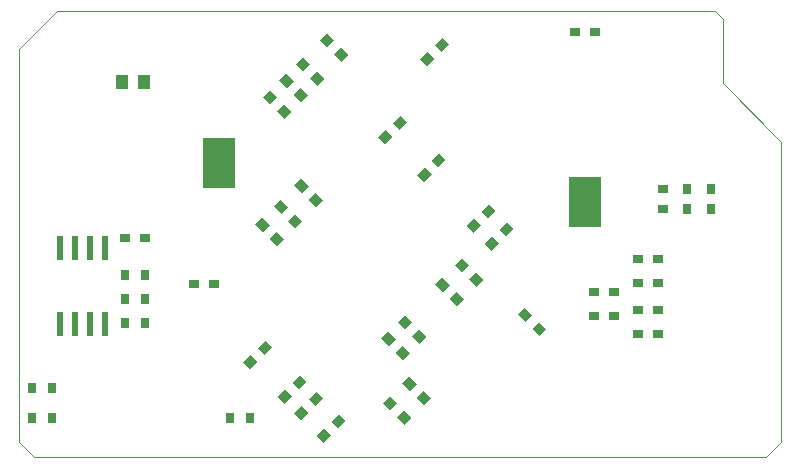
<source format=gbp>
G75*
%MOIN*%
%OFA0B0*%
%FSLAX25Y25*%
%IPPOS*%
%LPD*%
%AMOC8*
5,1,8,0,0,1.08239X$1,22.5*
%
%ADD10C,0.00000*%
%ADD11R,0.04118X0.04906*%
%ADD12R,0.03543X0.03150*%
%ADD13R,0.03150X0.03543*%
%ADD14R,0.02000X0.08000*%
%ADD15R,0.10811X0.16717*%
D10*
X0009500Y0011000D02*
X0241000Y0011000D01*
X0246000Y0011000D01*
X0249500Y0011000D01*
X0252500Y0011000D01*
X0253500Y0011000D01*
X0258500Y0016000D01*
X0258500Y0116000D01*
X0239000Y0135500D01*
X0239000Y0157000D01*
X0236500Y0159500D01*
X0017000Y0159500D01*
X0004500Y0147000D01*
X0004500Y0016000D01*
X0009500Y0011000D01*
D11*
X0038760Y0136000D03*
X0046240Y0136000D03*
D12*
G36*
X0087996Y0133231D02*
X0090499Y0130728D01*
X0088272Y0128501D01*
X0085769Y0131004D01*
X0087996Y0133231D01*
G37*
G36*
X0093496Y0138731D02*
X0095999Y0136228D01*
X0093772Y0134001D01*
X0091269Y0136504D01*
X0093496Y0138731D01*
G37*
G36*
X0098996Y0144231D02*
X0101499Y0141728D01*
X0099272Y0139501D01*
X0096769Y0142004D01*
X0098996Y0144231D01*
G37*
G36*
X0103728Y0139499D02*
X0106231Y0136996D01*
X0104004Y0134769D01*
X0101501Y0137272D01*
X0103728Y0139499D01*
G37*
G36*
X0111764Y0147463D02*
X0114267Y0144960D01*
X0112040Y0142733D01*
X0109537Y0145236D01*
X0111764Y0147463D01*
G37*
G36*
X0107031Y0152196D02*
X0109534Y0149693D01*
X0107307Y0147466D01*
X0104804Y0149969D01*
X0107031Y0152196D01*
G37*
G36*
X0098228Y0133999D02*
X0100731Y0131496D01*
X0098504Y0129269D01*
X0096001Y0131772D01*
X0098228Y0133999D01*
G37*
G36*
X0092728Y0128499D02*
X0095231Y0125996D01*
X0093004Y0123769D01*
X0090501Y0126272D01*
X0092728Y0128499D01*
G37*
G36*
X0124269Y0117496D02*
X0126772Y0119999D01*
X0128999Y0117772D01*
X0126496Y0115269D01*
X0124269Y0117496D01*
G37*
G36*
X0129001Y0122228D02*
X0131504Y0124731D01*
X0133731Y0122504D01*
X0131228Y0120001D01*
X0129001Y0122228D01*
G37*
G36*
X0142001Y0109728D02*
X0144504Y0112231D01*
X0146731Y0110004D01*
X0144228Y0107501D01*
X0142001Y0109728D01*
G37*
G36*
X0137269Y0104996D02*
X0139772Y0107499D01*
X0141999Y0105272D01*
X0139496Y0102769D01*
X0137269Y0104996D01*
G37*
G36*
X0158501Y0092728D02*
X0161004Y0095231D01*
X0163231Y0093004D01*
X0160728Y0090501D01*
X0158501Y0092728D01*
G37*
G36*
X0153769Y0087996D02*
X0156272Y0090499D01*
X0158499Y0088272D01*
X0155996Y0085769D01*
X0153769Y0087996D01*
G37*
G36*
X0159769Y0081996D02*
X0162272Y0084499D01*
X0164499Y0082272D01*
X0161996Y0079769D01*
X0159769Y0081996D01*
G37*
G36*
X0164501Y0086728D02*
X0167004Y0089231D01*
X0169231Y0087004D01*
X0166728Y0084501D01*
X0164501Y0086728D01*
G37*
G36*
X0151996Y0077231D02*
X0154499Y0074728D01*
X0152272Y0072501D01*
X0149769Y0075004D01*
X0151996Y0077231D01*
G37*
G36*
X0156728Y0072499D02*
X0159231Y0069996D01*
X0157004Y0067769D01*
X0154501Y0070272D01*
X0156728Y0072499D01*
G37*
G36*
X0145496Y0070731D02*
X0147999Y0068228D01*
X0145772Y0066001D01*
X0143269Y0068504D01*
X0145496Y0070731D01*
G37*
G36*
X0150228Y0065999D02*
X0152731Y0063496D01*
X0150504Y0061269D01*
X0148001Y0063772D01*
X0150228Y0065999D01*
G37*
G36*
X0132996Y0058231D02*
X0135499Y0055728D01*
X0133272Y0053501D01*
X0130769Y0056004D01*
X0132996Y0058231D01*
G37*
G36*
X0137728Y0053499D02*
X0140231Y0050996D01*
X0138004Y0048769D01*
X0135501Y0051272D01*
X0137728Y0053499D01*
G37*
G36*
X0132228Y0047999D02*
X0134731Y0045496D01*
X0132504Y0043269D01*
X0130001Y0045772D01*
X0132228Y0047999D01*
G37*
G36*
X0127496Y0052731D02*
X0129999Y0050228D01*
X0127772Y0048001D01*
X0125269Y0050504D01*
X0127496Y0052731D01*
G37*
G36*
X0134496Y0037731D02*
X0136999Y0035228D01*
X0134772Y0033001D01*
X0132269Y0035504D01*
X0134496Y0037731D01*
G37*
G36*
X0139228Y0032999D02*
X0141731Y0030496D01*
X0139504Y0028269D01*
X0137001Y0030772D01*
X0139228Y0032999D01*
G37*
G36*
X0128272Y0026501D02*
X0125769Y0029004D01*
X0127996Y0031231D01*
X0130499Y0028728D01*
X0128272Y0026501D01*
G37*
G36*
X0133004Y0021769D02*
X0130501Y0024272D01*
X0132728Y0026499D01*
X0135231Y0023996D01*
X0133004Y0021769D01*
G37*
G36*
X0108501Y0022728D02*
X0111004Y0025231D01*
X0113231Y0023004D01*
X0110728Y0020501D01*
X0108501Y0022728D01*
G37*
G36*
X0103769Y0017996D02*
X0106272Y0020499D01*
X0108499Y0018272D01*
X0105996Y0015769D01*
X0103769Y0017996D01*
G37*
G36*
X0096269Y0025496D02*
X0098772Y0027999D01*
X0100999Y0025772D01*
X0098496Y0023269D01*
X0096269Y0025496D01*
G37*
G36*
X0101001Y0030228D02*
X0103504Y0032731D01*
X0105731Y0030504D01*
X0103228Y0028001D01*
X0101001Y0030228D01*
G37*
G36*
X0090769Y0030996D02*
X0093272Y0033499D01*
X0095499Y0031272D01*
X0092996Y0028769D01*
X0090769Y0030996D01*
G37*
G36*
X0095501Y0035728D02*
X0098004Y0038231D01*
X0100231Y0036004D01*
X0097728Y0033501D01*
X0095501Y0035728D01*
G37*
G36*
X0079269Y0042496D02*
X0081772Y0044999D01*
X0083999Y0042772D01*
X0081496Y0040269D01*
X0079269Y0042496D01*
G37*
G36*
X0084001Y0047228D02*
X0086504Y0049731D01*
X0088731Y0047504D01*
X0086228Y0045001D01*
X0084001Y0047228D01*
G37*
X0069346Y0068500D03*
X0062654Y0068500D03*
X0046346Y0084000D03*
X0039654Y0084000D03*
G36*
X0085772Y0086001D02*
X0083269Y0088504D01*
X0085496Y0090731D01*
X0087999Y0088228D01*
X0085772Y0086001D01*
G37*
G36*
X0090504Y0081269D02*
X0088001Y0083772D01*
X0090228Y0085999D01*
X0092731Y0083496D01*
X0090504Y0081269D01*
G37*
G36*
X0096604Y0087269D02*
X0094101Y0089772D01*
X0096328Y0091999D01*
X0098831Y0089496D01*
X0096604Y0087269D01*
G37*
G36*
X0091872Y0092001D02*
X0089369Y0094504D01*
X0091596Y0096731D01*
X0094099Y0094228D01*
X0091872Y0092001D01*
G37*
G36*
X0103504Y0094269D02*
X0101001Y0096772D01*
X0103228Y0098999D01*
X0105731Y0096496D01*
X0103504Y0094269D01*
G37*
G36*
X0098772Y0099001D02*
X0096269Y0101504D01*
X0098496Y0103731D01*
X0100999Y0101228D01*
X0098772Y0099001D01*
G37*
G36*
X0142999Y0143772D02*
X0140496Y0141269D01*
X0138269Y0143496D01*
X0140772Y0145999D01*
X0142999Y0143772D01*
G37*
G36*
X0147731Y0148504D02*
X0145228Y0146001D01*
X0143001Y0148228D01*
X0145504Y0150731D01*
X0147731Y0148504D01*
G37*
X0189654Y0152500D03*
X0196346Y0152500D03*
X0219000Y0100346D03*
X0219000Y0093654D03*
X0217346Y0077000D03*
X0210654Y0077000D03*
X0210654Y0069000D03*
X0217346Y0069000D03*
X0217346Y0060000D03*
X0210654Y0060000D03*
X0202846Y0058000D03*
X0196154Y0058000D03*
X0196154Y0066000D03*
X0202846Y0066000D03*
X0210654Y0052000D03*
X0217346Y0052000D03*
G36*
X0178004Y0051269D02*
X0175501Y0053772D01*
X0177728Y0055999D01*
X0180231Y0053496D01*
X0178004Y0051269D01*
G37*
G36*
X0173272Y0056001D02*
X0170769Y0058504D01*
X0172996Y0060731D01*
X0175499Y0058228D01*
X0173272Y0056001D01*
G37*
D13*
X0227000Y0093654D03*
X0235000Y0093654D03*
X0235000Y0100346D03*
X0227000Y0100346D03*
X0081346Y0024000D03*
X0074654Y0024000D03*
X0046346Y0055500D03*
X0039654Y0055500D03*
X0039654Y0063500D03*
X0046346Y0063500D03*
X0046346Y0071500D03*
X0039654Y0071500D03*
X0015346Y0034000D03*
X0008654Y0034000D03*
X0008654Y0024000D03*
X0015346Y0024000D03*
D14*
X0018000Y0055300D03*
X0023000Y0055300D03*
X0028000Y0055300D03*
X0033000Y0055300D03*
X0033000Y0080700D03*
X0028000Y0080700D03*
X0023000Y0080700D03*
X0018000Y0080700D03*
D15*
X0071000Y0109000D03*
X0193000Y0096000D03*
M02*

</source>
